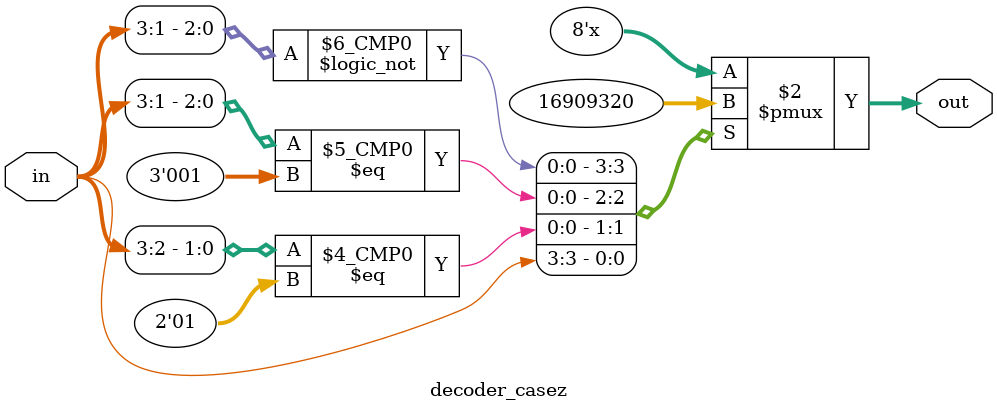
<source format=v>
module decoder_casez (
  input [3:0] in,
  output reg [7:0] out
);
  always @(*) begin
    casez (in)
      4'b000?: out = 8'b00000001; 
      4'b001?: out = 8'b00000010;
      4'b01??: out = 8'b00000100;
      4'b1???: out = 8'b00001000;
      default: out = 8'b00000000;
    endcase
  end
endmodule


</source>
